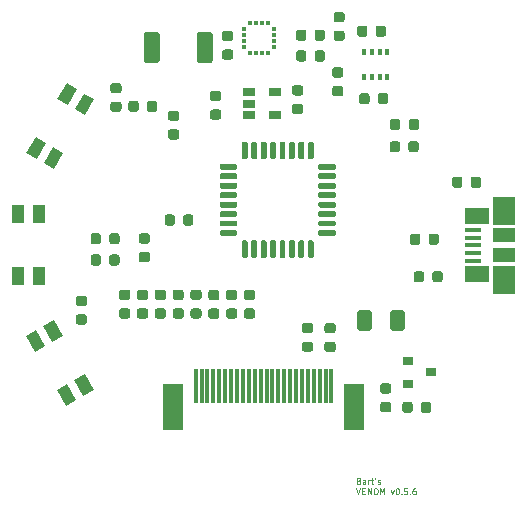
<source format=gbr>
G04 #@! TF.GenerationSoftware,KiCad,Pcbnew,5.1.8-1.fc33*
G04 #@! TF.CreationDate,2020-11-26T22:59:40+01:00*
G04 #@! TF.ProjectId,venom,76656e6f-6d2e-46b6-9963-61645f706362,rev?*
G04 #@! TF.SameCoordinates,Original*
G04 #@! TF.FileFunction,Paste,Top*
G04 #@! TF.FilePolarity,Positive*
%FSLAX46Y46*%
G04 Gerber Fmt 4.6, Leading zero omitted, Abs format (unit mm)*
G04 Created by KiCad (PCBNEW 5.1.8-1.fc33) date 2020-11-26 22:59:40*
%MOMM*%
%LPD*%
G01*
G04 APERTURE LIST*
%ADD10C,0.125000*%
%ADD11R,0.350000X0.500000*%
%ADD12R,1.800000X4.000000*%
%ADD13R,0.300000X3.000000*%
%ADD14C,0.100000*%
%ADD15R,0.900000X0.800000*%
%ADD16R,1.000000X1.550000*%
%ADD17R,1.060000X0.650000*%
%ADD18R,1.380000X0.450000*%
%ADD19R,2.100000X1.475000*%
%ADD20R,1.900000X2.375000*%
%ADD21R,1.900000X1.175000*%
%ADD22R,0.450000X0.300000*%
%ADD23R,0.300000X0.450000*%
G04 APERTURE END LIST*
D10*
X167580476Y-138716785D02*
X167651904Y-138740595D01*
X167675714Y-138764404D01*
X167699523Y-138812023D01*
X167699523Y-138883452D01*
X167675714Y-138931071D01*
X167651904Y-138954880D01*
X167604285Y-138978690D01*
X167413809Y-138978690D01*
X167413809Y-138478690D01*
X167580476Y-138478690D01*
X167628095Y-138502500D01*
X167651904Y-138526309D01*
X167675714Y-138573928D01*
X167675714Y-138621547D01*
X167651904Y-138669166D01*
X167628095Y-138692976D01*
X167580476Y-138716785D01*
X167413809Y-138716785D01*
X168128095Y-138978690D02*
X168128095Y-138716785D01*
X168104285Y-138669166D01*
X168056666Y-138645357D01*
X167961428Y-138645357D01*
X167913809Y-138669166D01*
X168128095Y-138954880D02*
X168080476Y-138978690D01*
X167961428Y-138978690D01*
X167913809Y-138954880D01*
X167890000Y-138907261D01*
X167890000Y-138859642D01*
X167913809Y-138812023D01*
X167961428Y-138788214D01*
X168080476Y-138788214D01*
X168128095Y-138764404D01*
X168366190Y-138978690D02*
X168366190Y-138645357D01*
X168366190Y-138740595D02*
X168390000Y-138692976D01*
X168413809Y-138669166D01*
X168461428Y-138645357D01*
X168509047Y-138645357D01*
X168604285Y-138645357D02*
X168794761Y-138645357D01*
X168675714Y-138478690D02*
X168675714Y-138907261D01*
X168699523Y-138954880D01*
X168747142Y-138978690D01*
X168794761Y-138978690D01*
X168985238Y-138478690D02*
X168937619Y-138573928D01*
X169175714Y-138954880D02*
X169223333Y-138978690D01*
X169318571Y-138978690D01*
X169366190Y-138954880D01*
X169390000Y-138907261D01*
X169390000Y-138883452D01*
X169366190Y-138835833D01*
X169318571Y-138812023D01*
X169247142Y-138812023D01*
X169199523Y-138788214D01*
X169175714Y-138740595D01*
X169175714Y-138716785D01*
X169199523Y-138669166D01*
X169247142Y-138645357D01*
X169318571Y-138645357D01*
X169366190Y-138669166D01*
X167378095Y-139353690D02*
X167544761Y-139853690D01*
X167711428Y-139353690D01*
X167878095Y-139591785D02*
X168044761Y-139591785D01*
X168116190Y-139853690D02*
X167878095Y-139853690D01*
X167878095Y-139353690D01*
X168116190Y-139353690D01*
X168330476Y-139853690D02*
X168330476Y-139353690D01*
X168616190Y-139853690D01*
X168616190Y-139353690D01*
X168949523Y-139353690D02*
X169044761Y-139353690D01*
X169092380Y-139377500D01*
X169140000Y-139425119D01*
X169163809Y-139520357D01*
X169163809Y-139687023D01*
X169140000Y-139782261D01*
X169092380Y-139829880D01*
X169044761Y-139853690D01*
X168949523Y-139853690D01*
X168901904Y-139829880D01*
X168854285Y-139782261D01*
X168830476Y-139687023D01*
X168830476Y-139520357D01*
X168854285Y-139425119D01*
X168901904Y-139377500D01*
X168949523Y-139353690D01*
X169378095Y-139853690D02*
X169378095Y-139353690D01*
X169544761Y-139710833D01*
X169711428Y-139353690D01*
X169711428Y-139853690D01*
X170282857Y-139520357D02*
X170401904Y-139853690D01*
X170520952Y-139520357D01*
X170806666Y-139353690D02*
X170854285Y-139353690D01*
X170901904Y-139377500D01*
X170925714Y-139401309D01*
X170949523Y-139448928D01*
X170973333Y-139544166D01*
X170973333Y-139663214D01*
X170949523Y-139758452D01*
X170925714Y-139806071D01*
X170901904Y-139829880D01*
X170854285Y-139853690D01*
X170806666Y-139853690D01*
X170759047Y-139829880D01*
X170735238Y-139806071D01*
X170711428Y-139758452D01*
X170687619Y-139663214D01*
X170687619Y-139544166D01*
X170711428Y-139448928D01*
X170735238Y-139401309D01*
X170759047Y-139377500D01*
X170806666Y-139353690D01*
X171187619Y-139806071D02*
X171211428Y-139829880D01*
X171187619Y-139853690D01*
X171163809Y-139829880D01*
X171187619Y-139806071D01*
X171187619Y-139853690D01*
X171663809Y-139353690D02*
X171425714Y-139353690D01*
X171401904Y-139591785D01*
X171425714Y-139567976D01*
X171473333Y-139544166D01*
X171592380Y-139544166D01*
X171640000Y-139567976D01*
X171663809Y-139591785D01*
X171687619Y-139639404D01*
X171687619Y-139758452D01*
X171663809Y-139806071D01*
X171640000Y-139829880D01*
X171592380Y-139853690D01*
X171473333Y-139853690D01*
X171425714Y-139829880D01*
X171401904Y-139806071D01*
X171901904Y-139806071D02*
X171925714Y-139829880D01*
X171901904Y-139853690D01*
X171878095Y-139829880D01*
X171901904Y-139806071D01*
X171901904Y-139853690D01*
X172354285Y-139353690D02*
X172259047Y-139353690D01*
X172211428Y-139377500D01*
X172187619Y-139401309D01*
X172140000Y-139472738D01*
X172116190Y-139567976D01*
X172116190Y-139758452D01*
X172140000Y-139806071D01*
X172163809Y-139829880D01*
X172211428Y-139853690D01*
X172306666Y-139853690D01*
X172354285Y-139829880D01*
X172378095Y-139806071D01*
X172401904Y-139758452D01*
X172401904Y-139639404D01*
X172378095Y-139591785D01*
X172354285Y-139567976D01*
X172306666Y-139544166D01*
X172211428Y-139544166D01*
X172163809Y-139567976D01*
X172140000Y-139591785D01*
X172116190Y-139639404D01*
D11*
X168045000Y-104505000D03*
X168695000Y-104505000D03*
X169345000Y-104505000D03*
X169995000Y-104505000D03*
X169995000Y-102455000D03*
X169345000Y-102455000D03*
X168695000Y-102455000D03*
X168045000Y-102455000D03*
D12*
X167160000Y-132510000D03*
X151860000Y-132510000D03*
D13*
X153760000Y-130710000D03*
X154260000Y-130710000D03*
X154760000Y-130710000D03*
X155260000Y-130710000D03*
X155760000Y-130710000D03*
X156260000Y-130710000D03*
X156760000Y-130710000D03*
X157260000Y-130710000D03*
X157760000Y-130710000D03*
X158260000Y-130710000D03*
X158760000Y-130710000D03*
X159260000Y-130710000D03*
X159760000Y-130710000D03*
X160260000Y-130710000D03*
X160760000Y-130710000D03*
X161260000Y-130710000D03*
X161760000Y-130710000D03*
X162260000Y-130710000D03*
X162760000Y-130710000D03*
X163260000Y-130710000D03*
X163760000Y-130710000D03*
X164260000Y-130710000D03*
X164760000Y-130710000D03*
X165260000Y-130710000D03*
D14*
G36*
X140863109Y-125640513D02*
G01*
X141729135Y-125140513D01*
X142504135Y-126482853D01*
X141638109Y-126982853D01*
X140863109Y-125640513D01*
G37*
G36*
X143488109Y-130187147D02*
G01*
X144354135Y-129687147D01*
X145129135Y-131029487D01*
X144263109Y-131529487D01*
X143488109Y-130187147D01*
G37*
G36*
X142015865Y-131037147D02*
G01*
X142881891Y-130537147D01*
X143656891Y-131879487D01*
X142790865Y-132379487D01*
X142015865Y-131037147D01*
G37*
G36*
X139390865Y-126490513D02*
G01*
X140256891Y-125990513D01*
X141031891Y-127332853D01*
X140165865Y-127832853D01*
X139390865Y-126490513D01*
G37*
G36*
G01*
X155215000Y-100964999D02*
X155215000Y-103115001D01*
G75*
G02*
X154965001Y-103365000I-249999J0D01*
G01*
X154114999Y-103365000D01*
G75*
G02*
X153865000Y-103115001I0J249999D01*
G01*
X153865000Y-100964999D01*
G75*
G02*
X154114999Y-100715000I249999J0D01*
G01*
X154965001Y-100715000D01*
G75*
G02*
X155215000Y-100964999I0J-249999D01*
G01*
G37*
G36*
G01*
X150715000Y-100964999D02*
X150715000Y-103115001D01*
G75*
G02*
X150465001Y-103365000I-249999J0D01*
G01*
X149614999Y-103365000D01*
G75*
G02*
X149365000Y-103115001I0J249999D01*
G01*
X149365000Y-100964999D01*
G75*
G02*
X149614999Y-100715000I249999J0D01*
G01*
X150465001Y-100715000D01*
G75*
G02*
X150715000Y-100964999I0J-249999D01*
G01*
G37*
G36*
G01*
X168306000Y-100403750D02*
X168306000Y-100916250D01*
G75*
G02*
X168087250Y-101135000I-218750J0D01*
G01*
X167649750Y-101135000D01*
G75*
G02*
X167431000Y-100916250I0J218750D01*
G01*
X167431000Y-100403750D01*
G75*
G02*
X167649750Y-100185000I218750J0D01*
G01*
X168087250Y-100185000D01*
G75*
G02*
X168306000Y-100403750I0J-218750D01*
G01*
G37*
G36*
G01*
X169881000Y-100403750D02*
X169881000Y-100916250D01*
G75*
G02*
X169662250Y-101135000I-218750J0D01*
G01*
X169224750Y-101135000D01*
G75*
G02*
X169006000Y-100916250I0J218750D01*
G01*
X169006000Y-100403750D01*
G75*
G02*
X169224750Y-100185000I218750J0D01*
G01*
X169662250Y-100185000D01*
G75*
G02*
X169881000Y-100403750I0J-218750D01*
G01*
G37*
G36*
G01*
X166166250Y-101485000D02*
X165653750Y-101485000D01*
G75*
G02*
X165435000Y-101266250I0J218750D01*
G01*
X165435000Y-100828750D01*
G75*
G02*
X165653750Y-100610000I218750J0D01*
G01*
X166166250Y-100610000D01*
G75*
G02*
X166385000Y-100828750I0J-218750D01*
G01*
X166385000Y-101266250D01*
G75*
G02*
X166166250Y-101485000I-218750J0D01*
G01*
G37*
G36*
G01*
X166166250Y-99910000D02*
X165653750Y-99910000D01*
G75*
G02*
X165435000Y-99691250I0J218750D01*
G01*
X165435000Y-99253750D01*
G75*
G02*
X165653750Y-99035000I218750J0D01*
G01*
X166166250Y-99035000D01*
G75*
G02*
X166385000Y-99253750I0J-218750D01*
G01*
X166385000Y-99691250D01*
G75*
G02*
X166166250Y-99910000I-218750J0D01*
G01*
G37*
G36*
G01*
X170195000Y-110696250D02*
X170195000Y-110183750D01*
G75*
G02*
X170413750Y-109965000I218750J0D01*
G01*
X170851250Y-109965000D01*
G75*
G02*
X171070000Y-110183750I0J-218750D01*
G01*
X171070000Y-110696250D01*
G75*
G02*
X170851250Y-110915000I-218750J0D01*
G01*
X170413750Y-110915000D01*
G75*
G02*
X170195000Y-110696250I0J218750D01*
G01*
G37*
G36*
G01*
X171770000Y-110696250D02*
X171770000Y-110183750D01*
G75*
G02*
X171988750Y-109965000I218750J0D01*
G01*
X172426250Y-109965000D01*
G75*
G02*
X172645000Y-110183750I0J-218750D01*
G01*
X172645000Y-110696250D01*
G75*
G02*
X172426250Y-110915000I-218750J0D01*
G01*
X171988750Y-110915000D01*
G75*
G02*
X171770000Y-110696250I0J218750D01*
G01*
G37*
G36*
G01*
X171790000Y-108806250D02*
X171790000Y-108293750D01*
G75*
G02*
X172008750Y-108075000I218750J0D01*
G01*
X172446250Y-108075000D01*
G75*
G02*
X172665000Y-108293750I0J-218750D01*
G01*
X172665000Y-108806250D01*
G75*
G02*
X172446250Y-109025000I-218750J0D01*
G01*
X172008750Y-109025000D01*
G75*
G02*
X171790000Y-108806250I0J218750D01*
G01*
G37*
G36*
G01*
X170215000Y-108806250D02*
X170215000Y-108293750D01*
G75*
G02*
X170433750Y-108075000I218750J0D01*
G01*
X170871250Y-108075000D01*
G75*
G02*
X171090000Y-108293750I0J-218750D01*
G01*
X171090000Y-108806250D01*
G75*
G02*
X170871250Y-109025000I-218750J0D01*
G01*
X170433750Y-109025000D01*
G75*
G02*
X170215000Y-108806250I0J218750D01*
G01*
G37*
G36*
G01*
X173480000Y-118536250D02*
X173480000Y-118023750D01*
G75*
G02*
X173698750Y-117805000I218750J0D01*
G01*
X174136250Y-117805000D01*
G75*
G02*
X174355000Y-118023750I0J-218750D01*
G01*
X174355000Y-118536250D01*
G75*
G02*
X174136250Y-118755000I-218750J0D01*
G01*
X173698750Y-118755000D01*
G75*
G02*
X173480000Y-118536250I0J218750D01*
G01*
G37*
G36*
G01*
X171905000Y-118536250D02*
X171905000Y-118023750D01*
G75*
G02*
X172123750Y-117805000I218750J0D01*
G01*
X172561250Y-117805000D01*
G75*
G02*
X172780000Y-118023750I0J-218750D01*
G01*
X172780000Y-118536250D01*
G75*
G02*
X172561250Y-118755000I-218750J0D01*
G01*
X172123750Y-118755000D01*
G75*
G02*
X171905000Y-118536250I0J218750D01*
G01*
G37*
G36*
G01*
X165396250Y-127825000D02*
X164883750Y-127825000D01*
G75*
G02*
X164665000Y-127606250I0J218750D01*
G01*
X164665000Y-127168750D01*
G75*
G02*
X164883750Y-126950000I218750J0D01*
G01*
X165396250Y-126950000D01*
G75*
G02*
X165615000Y-127168750I0J-218750D01*
G01*
X165615000Y-127606250D01*
G75*
G02*
X165396250Y-127825000I-218750J0D01*
G01*
G37*
G36*
G01*
X165396250Y-126250000D02*
X164883750Y-126250000D01*
G75*
G02*
X164665000Y-126031250I0J218750D01*
G01*
X164665000Y-125593750D01*
G75*
G02*
X164883750Y-125375000I218750J0D01*
G01*
X165396250Y-125375000D01*
G75*
G02*
X165615000Y-125593750I0J-218750D01*
G01*
X165615000Y-126031250D01*
G75*
G02*
X165396250Y-126250000I-218750J0D01*
G01*
G37*
G36*
G01*
X163486250Y-127805000D02*
X162973750Y-127805000D01*
G75*
G02*
X162755000Y-127586250I0J218750D01*
G01*
X162755000Y-127148750D01*
G75*
G02*
X162973750Y-126930000I218750J0D01*
G01*
X163486250Y-126930000D01*
G75*
G02*
X163705000Y-127148750I0J-218750D01*
G01*
X163705000Y-127586250D01*
G75*
G02*
X163486250Y-127805000I-218750J0D01*
G01*
G37*
G36*
G01*
X163486250Y-126230000D02*
X162973750Y-126230000D01*
G75*
G02*
X162755000Y-126011250I0J218750D01*
G01*
X162755000Y-125573750D01*
G75*
G02*
X162973750Y-125355000I218750J0D01*
G01*
X163486250Y-125355000D01*
G75*
G02*
X163705000Y-125573750I0J-218750D01*
G01*
X163705000Y-126011250D01*
G75*
G02*
X163486250Y-126230000I-218750J0D01*
G01*
G37*
G36*
G01*
X158576250Y-123430000D02*
X158063750Y-123430000D01*
G75*
G02*
X157845000Y-123211250I0J218750D01*
G01*
X157845000Y-122773750D01*
G75*
G02*
X158063750Y-122555000I218750J0D01*
G01*
X158576250Y-122555000D01*
G75*
G02*
X158795000Y-122773750I0J-218750D01*
G01*
X158795000Y-123211250D01*
G75*
G02*
X158576250Y-123430000I-218750J0D01*
G01*
G37*
G36*
G01*
X158576250Y-125005000D02*
X158063750Y-125005000D01*
G75*
G02*
X157845000Y-124786250I0J218750D01*
G01*
X157845000Y-124348750D01*
G75*
G02*
X158063750Y-124130000I218750J0D01*
G01*
X158576250Y-124130000D01*
G75*
G02*
X158795000Y-124348750I0J-218750D01*
G01*
X158795000Y-124786250D01*
G75*
G02*
X158576250Y-125005000I-218750J0D01*
G01*
G37*
G36*
G01*
X157066250Y-123430000D02*
X156553750Y-123430000D01*
G75*
G02*
X156335000Y-123211250I0J218750D01*
G01*
X156335000Y-122773750D01*
G75*
G02*
X156553750Y-122555000I218750J0D01*
G01*
X157066250Y-122555000D01*
G75*
G02*
X157285000Y-122773750I0J-218750D01*
G01*
X157285000Y-123211250D01*
G75*
G02*
X157066250Y-123430000I-218750J0D01*
G01*
G37*
G36*
G01*
X157066250Y-125005000D02*
X156553750Y-125005000D01*
G75*
G02*
X156335000Y-124786250I0J218750D01*
G01*
X156335000Y-124348750D01*
G75*
G02*
X156553750Y-124130000I218750J0D01*
G01*
X157066250Y-124130000D01*
G75*
G02*
X157285000Y-124348750I0J-218750D01*
G01*
X157285000Y-124786250D01*
G75*
G02*
X157066250Y-125005000I-218750J0D01*
G01*
G37*
G36*
G01*
X155556250Y-125005000D02*
X155043750Y-125005000D01*
G75*
G02*
X154825000Y-124786250I0J218750D01*
G01*
X154825000Y-124348750D01*
G75*
G02*
X155043750Y-124130000I218750J0D01*
G01*
X155556250Y-124130000D01*
G75*
G02*
X155775000Y-124348750I0J-218750D01*
G01*
X155775000Y-124786250D01*
G75*
G02*
X155556250Y-125005000I-218750J0D01*
G01*
G37*
G36*
G01*
X155556250Y-123430000D02*
X155043750Y-123430000D01*
G75*
G02*
X154825000Y-123211250I0J218750D01*
G01*
X154825000Y-122773750D01*
G75*
G02*
X155043750Y-122555000I218750J0D01*
G01*
X155556250Y-122555000D01*
G75*
G02*
X155775000Y-122773750I0J-218750D01*
G01*
X155775000Y-123211250D01*
G75*
G02*
X155556250Y-123430000I-218750J0D01*
G01*
G37*
G36*
G01*
X154046250Y-124995000D02*
X153533750Y-124995000D01*
G75*
G02*
X153315000Y-124776250I0J218750D01*
G01*
X153315000Y-124338750D01*
G75*
G02*
X153533750Y-124120000I218750J0D01*
G01*
X154046250Y-124120000D01*
G75*
G02*
X154265000Y-124338750I0J-218750D01*
G01*
X154265000Y-124776250D01*
G75*
G02*
X154046250Y-124995000I-218750J0D01*
G01*
G37*
G36*
G01*
X154046250Y-123420000D02*
X153533750Y-123420000D01*
G75*
G02*
X153315000Y-123201250I0J218750D01*
G01*
X153315000Y-122763750D01*
G75*
G02*
X153533750Y-122545000I218750J0D01*
G01*
X154046250Y-122545000D01*
G75*
G02*
X154265000Y-122763750I0J-218750D01*
G01*
X154265000Y-123201250D01*
G75*
G02*
X154046250Y-123420000I-218750J0D01*
G01*
G37*
G36*
G01*
X152536250Y-123420000D02*
X152023750Y-123420000D01*
G75*
G02*
X151805000Y-123201250I0J218750D01*
G01*
X151805000Y-122763750D01*
G75*
G02*
X152023750Y-122545000I218750J0D01*
G01*
X152536250Y-122545000D01*
G75*
G02*
X152755000Y-122763750I0J-218750D01*
G01*
X152755000Y-123201250D01*
G75*
G02*
X152536250Y-123420000I-218750J0D01*
G01*
G37*
G36*
G01*
X152536250Y-124995000D02*
X152023750Y-124995000D01*
G75*
G02*
X151805000Y-124776250I0J218750D01*
G01*
X151805000Y-124338750D01*
G75*
G02*
X152023750Y-124120000I218750J0D01*
G01*
X152536250Y-124120000D01*
G75*
G02*
X152755000Y-124338750I0J-218750D01*
G01*
X152755000Y-124776250D01*
G75*
G02*
X152536250Y-124995000I-218750J0D01*
G01*
G37*
G36*
G01*
X151026250Y-124995000D02*
X150513750Y-124995000D01*
G75*
G02*
X150295000Y-124776250I0J218750D01*
G01*
X150295000Y-124338750D01*
G75*
G02*
X150513750Y-124120000I218750J0D01*
G01*
X151026250Y-124120000D01*
G75*
G02*
X151245000Y-124338750I0J-218750D01*
G01*
X151245000Y-124776250D01*
G75*
G02*
X151026250Y-124995000I-218750J0D01*
G01*
G37*
G36*
G01*
X151026250Y-123420000D02*
X150513750Y-123420000D01*
G75*
G02*
X150295000Y-123201250I0J218750D01*
G01*
X150295000Y-122763750D01*
G75*
G02*
X150513750Y-122545000I218750J0D01*
G01*
X151026250Y-122545000D01*
G75*
G02*
X151245000Y-122763750I0J-218750D01*
G01*
X151245000Y-123201250D01*
G75*
G02*
X151026250Y-123420000I-218750J0D01*
G01*
G37*
G36*
G01*
X149516250Y-123420000D02*
X149003750Y-123420000D01*
G75*
G02*
X148785000Y-123201250I0J218750D01*
G01*
X148785000Y-122763750D01*
G75*
G02*
X149003750Y-122545000I218750J0D01*
G01*
X149516250Y-122545000D01*
G75*
G02*
X149735000Y-122763750I0J-218750D01*
G01*
X149735000Y-123201250D01*
G75*
G02*
X149516250Y-123420000I-218750J0D01*
G01*
G37*
G36*
G01*
X149516250Y-124995000D02*
X149003750Y-124995000D01*
G75*
G02*
X148785000Y-124776250I0J218750D01*
G01*
X148785000Y-124338750D01*
G75*
G02*
X149003750Y-124120000I218750J0D01*
G01*
X149516250Y-124120000D01*
G75*
G02*
X149735000Y-124338750I0J-218750D01*
G01*
X149735000Y-124776250D01*
G75*
G02*
X149516250Y-124995000I-218750J0D01*
G01*
G37*
G36*
G01*
X148006250Y-123420000D02*
X147493750Y-123420000D01*
G75*
G02*
X147275000Y-123201250I0J218750D01*
G01*
X147275000Y-122763750D01*
G75*
G02*
X147493750Y-122545000I218750J0D01*
G01*
X148006250Y-122545000D01*
G75*
G02*
X148225000Y-122763750I0J-218750D01*
G01*
X148225000Y-123201250D01*
G75*
G02*
X148006250Y-123420000I-218750J0D01*
G01*
G37*
G36*
G01*
X148006250Y-124995000D02*
X147493750Y-124995000D01*
G75*
G02*
X147275000Y-124776250I0J218750D01*
G01*
X147275000Y-124338750D01*
G75*
G02*
X147493750Y-124120000I218750J0D01*
G01*
X148006250Y-124120000D01*
G75*
G02*
X148225000Y-124338750I0J-218750D01*
G01*
X148225000Y-124776250D01*
G75*
G02*
X148006250Y-124995000I-218750J0D01*
G01*
G37*
G36*
G01*
X155191750Y-107284000D02*
X155704250Y-107284000D01*
G75*
G02*
X155923000Y-107502750I0J-218750D01*
G01*
X155923000Y-107940250D01*
G75*
G02*
X155704250Y-108159000I-218750J0D01*
G01*
X155191750Y-108159000D01*
G75*
G02*
X154973000Y-107940250I0J218750D01*
G01*
X154973000Y-107502750D01*
G75*
G02*
X155191750Y-107284000I218750J0D01*
G01*
G37*
G36*
G01*
X155191750Y-105709000D02*
X155704250Y-105709000D01*
G75*
G02*
X155923000Y-105927750I0J-218750D01*
G01*
X155923000Y-106365250D01*
G75*
G02*
X155704250Y-106584000I-218750J0D01*
G01*
X155191750Y-106584000D01*
G75*
G02*
X154973000Y-106365250I0J218750D01*
G01*
X154973000Y-105927750D01*
G75*
G02*
X155191750Y-105709000I218750J0D01*
G01*
G37*
G36*
G01*
X162646250Y-107675000D02*
X162133750Y-107675000D01*
G75*
G02*
X161915000Y-107456250I0J218750D01*
G01*
X161915000Y-107018750D01*
G75*
G02*
X162133750Y-106800000I218750J0D01*
G01*
X162646250Y-106800000D01*
G75*
G02*
X162865000Y-107018750I0J-218750D01*
G01*
X162865000Y-107456250D01*
G75*
G02*
X162646250Y-107675000I-218750J0D01*
G01*
G37*
G36*
G01*
X162646250Y-106100000D02*
X162133750Y-106100000D01*
G75*
G02*
X161915000Y-105881250I0J218750D01*
G01*
X161915000Y-105443750D01*
G75*
G02*
X162133750Y-105225000I218750J0D01*
G01*
X162646250Y-105225000D01*
G75*
G02*
X162865000Y-105443750I0J-218750D01*
G01*
X162865000Y-105881250D01*
G75*
G02*
X162646250Y-106100000I-218750J0D01*
G01*
G37*
D15*
X171700000Y-128590000D03*
X171700000Y-130490000D03*
X173700000Y-129540000D03*
G36*
G01*
X151635750Y-107377500D02*
X152148250Y-107377500D01*
G75*
G02*
X152367000Y-107596250I0J-218750D01*
G01*
X152367000Y-108033750D01*
G75*
G02*
X152148250Y-108252500I-218750J0D01*
G01*
X151635750Y-108252500D01*
G75*
G02*
X151417000Y-108033750I0J218750D01*
G01*
X151417000Y-107596250D01*
G75*
G02*
X151635750Y-107377500I218750J0D01*
G01*
G37*
G36*
G01*
X151635750Y-108952500D02*
X152148250Y-108952500D01*
G75*
G02*
X152367000Y-109171250I0J-218750D01*
G01*
X152367000Y-109608750D01*
G75*
G02*
X152148250Y-109827500I-218750J0D01*
G01*
X151635750Y-109827500D01*
G75*
G02*
X151417000Y-109608750I0J218750D01*
G01*
X151417000Y-109171250D01*
G75*
G02*
X151635750Y-108952500I218750J0D01*
G01*
G37*
G36*
G01*
X168480000Y-106113750D02*
X168480000Y-106626250D01*
G75*
G02*
X168261250Y-106845000I-218750J0D01*
G01*
X167823750Y-106845000D01*
G75*
G02*
X167605000Y-106626250I0J218750D01*
G01*
X167605000Y-106113750D01*
G75*
G02*
X167823750Y-105895000I218750J0D01*
G01*
X168261250Y-105895000D01*
G75*
G02*
X168480000Y-106113750I0J-218750D01*
G01*
G37*
G36*
G01*
X170055000Y-106113750D02*
X170055000Y-106626250D01*
G75*
G02*
X169836250Y-106845000I-218750J0D01*
G01*
X169398750Y-106845000D01*
G75*
G02*
X169180000Y-106626250I0J218750D01*
G01*
X169180000Y-106113750D01*
G75*
G02*
X169398750Y-105895000I218750J0D01*
G01*
X169836250Y-105895000D01*
G75*
G02*
X170055000Y-106113750I0J-218750D01*
G01*
G37*
G36*
G01*
X166046250Y-106165000D02*
X165533750Y-106165000D01*
G75*
G02*
X165315000Y-105946250I0J218750D01*
G01*
X165315000Y-105508750D01*
G75*
G02*
X165533750Y-105290000I218750J0D01*
G01*
X166046250Y-105290000D01*
G75*
G02*
X166265000Y-105508750I0J-218750D01*
G01*
X166265000Y-105946250D01*
G75*
G02*
X166046250Y-106165000I-218750J0D01*
G01*
G37*
G36*
G01*
X166046250Y-104590000D02*
X165533750Y-104590000D01*
G75*
G02*
X165315000Y-104371250I0J218750D01*
G01*
X165315000Y-103933750D01*
G75*
G02*
X165533750Y-103715000I218750J0D01*
G01*
X166046250Y-103715000D01*
G75*
G02*
X166265000Y-103933750I0J-218750D01*
G01*
X166265000Y-104371250D01*
G75*
G02*
X166046250Y-104590000I-218750J0D01*
G01*
G37*
G36*
G01*
X169593750Y-130475000D02*
X170106250Y-130475000D01*
G75*
G02*
X170325000Y-130693750I0J-218750D01*
G01*
X170325000Y-131131250D01*
G75*
G02*
X170106250Y-131350000I-218750J0D01*
G01*
X169593750Y-131350000D01*
G75*
G02*
X169375000Y-131131250I0J218750D01*
G01*
X169375000Y-130693750D01*
G75*
G02*
X169593750Y-130475000I218750J0D01*
G01*
G37*
G36*
G01*
X169593750Y-132050000D02*
X170106250Y-132050000D01*
G75*
G02*
X170325000Y-132268750I0J-218750D01*
G01*
X170325000Y-132706250D01*
G75*
G02*
X170106250Y-132925000I-218750J0D01*
G01*
X169593750Y-132925000D01*
G75*
G02*
X169375000Y-132706250I0J218750D01*
G01*
X169375000Y-132268750D01*
G75*
G02*
X169593750Y-132050000I218750J0D01*
G01*
G37*
G36*
G01*
X172830000Y-132756250D02*
X172830000Y-132243750D01*
G75*
G02*
X173048750Y-132025000I218750J0D01*
G01*
X173486250Y-132025000D01*
G75*
G02*
X173705000Y-132243750I0J-218750D01*
G01*
X173705000Y-132756250D01*
G75*
G02*
X173486250Y-132975000I-218750J0D01*
G01*
X173048750Y-132975000D01*
G75*
G02*
X172830000Y-132756250I0J218750D01*
G01*
G37*
G36*
G01*
X171255000Y-132756250D02*
X171255000Y-132243750D01*
G75*
G02*
X171473750Y-132025000I218750J0D01*
G01*
X171911250Y-132025000D01*
G75*
G02*
X172130000Y-132243750I0J-218750D01*
G01*
X172130000Y-132756250D01*
G75*
G02*
X171911250Y-132975000I-218750J0D01*
G01*
X171473750Y-132975000D01*
G75*
G02*
X171255000Y-132756250I0J218750D01*
G01*
G37*
D14*
G36*
X144303109Y-105930513D02*
G01*
X145169135Y-106430513D01*
X144394135Y-107772853D01*
X143528109Y-107272853D01*
X144303109Y-105930513D01*
G37*
G36*
X141678109Y-110477147D02*
G01*
X142544135Y-110977147D01*
X141769135Y-112319487D01*
X140903109Y-111819487D01*
X141678109Y-110477147D01*
G37*
G36*
X140205865Y-109627147D02*
G01*
X141071891Y-110127147D01*
X140296891Y-111469487D01*
X139430865Y-110969487D01*
X140205865Y-109627147D01*
G37*
G36*
X142830865Y-105080513D02*
G01*
X143696891Y-105580513D01*
X142921891Y-106922853D01*
X142055865Y-106422853D01*
X142830865Y-105080513D01*
G37*
D16*
X138760000Y-116155000D03*
X138760000Y-121405000D03*
X140460000Y-121405000D03*
X140460000Y-116155000D03*
D17*
X158310000Y-105830000D03*
X158310000Y-106780000D03*
X158310000Y-107730000D03*
X160510000Y-107730000D03*
X160510000Y-105830000D03*
D18*
X177210000Y-120080000D03*
X177210000Y-119430000D03*
X177210000Y-118780000D03*
X177210000Y-118130000D03*
X177210000Y-117480000D03*
D19*
X177570000Y-121242500D03*
X177570000Y-116317500D03*
D20*
X179870000Y-121690000D03*
X179870000Y-115870000D03*
D21*
X179870000Y-119620000D03*
X179870000Y-117940000D03*
G36*
G01*
X173100000Y-121193750D02*
X173100000Y-121706250D01*
G75*
G02*
X172881250Y-121925000I-218750J0D01*
G01*
X172443750Y-121925000D01*
G75*
G02*
X172225000Y-121706250I0J218750D01*
G01*
X172225000Y-121193750D01*
G75*
G02*
X172443750Y-120975000I218750J0D01*
G01*
X172881250Y-120975000D01*
G75*
G02*
X173100000Y-121193750I0J-218750D01*
G01*
G37*
G36*
G01*
X174675000Y-121193750D02*
X174675000Y-121706250D01*
G75*
G02*
X174456250Y-121925000I-218750J0D01*
G01*
X174018750Y-121925000D01*
G75*
G02*
X173800000Y-121706250I0J218750D01*
G01*
X173800000Y-121193750D01*
G75*
G02*
X174018750Y-120975000I218750J0D01*
G01*
X174456250Y-120975000D01*
G75*
G02*
X174675000Y-121193750I0J-218750D01*
G01*
G37*
G36*
G01*
X153575000Y-116393750D02*
X153575000Y-116906250D01*
G75*
G02*
X153356250Y-117125000I-218750J0D01*
G01*
X152918750Y-117125000D01*
G75*
G02*
X152700000Y-116906250I0J218750D01*
G01*
X152700000Y-116393750D01*
G75*
G02*
X152918750Y-116175000I218750J0D01*
G01*
X153356250Y-116175000D01*
G75*
G02*
X153575000Y-116393750I0J-218750D01*
G01*
G37*
G36*
G01*
X152000000Y-116393750D02*
X152000000Y-116906250D01*
G75*
G02*
X151781250Y-117125000I-218750J0D01*
G01*
X151343750Y-117125000D01*
G75*
G02*
X151125000Y-116906250I0J218750D01*
G01*
X151125000Y-116393750D01*
G75*
G02*
X151343750Y-116175000I218750J0D01*
G01*
X151781250Y-116175000D01*
G75*
G02*
X152000000Y-116393750I0J-218750D01*
G01*
G37*
G36*
G01*
X163385000Y-110015000D02*
X163635000Y-110015000D01*
G75*
G02*
X163760000Y-110140000I0J-125000D01*
G01*
X163760000Y-111390000D01*
G75*
G02*
X163635000Y-111515000I-125000J0D01*
G01*
X163385000Y-111515000D01*
G75*
G02*
X163260000Y-111390000I0J125000D01*
G01*
X163260000Y-110140000D01*
G75*
G02*
X163385000Y-110015000I125000J0D01*
G01*
G37*
G36*
G01*
X162585000Y-110015000D02*
X162835000Y-110015000D01*
G75*
G02*
X162960000Y-110140000I0J-125000D01*
G01*
X162960000Y-111390000D01*
G75*
G02*
X162835000Y-111515000I-125000J0D01*
G01*
X162585000Y-111515000D01*
G75*
G02*
X162460000Y-111390000I0J125000D01*
G01*
X162460000Y-110140000D01*
G75*
G02*
X162585000Y-110015000I125000J0D01*
G01*
G37*
G36*
G01*
X161785000Y-110015000D02*
X162035000Y-110015000D01*
G75*
G02*
X162160000Y-110140000I0J-125000D01*
G01*
X162160000Y-111390000D01*
G75*
G02*
X162035000Y-111515000I-125000J0D01*
G01*
X161785000Y-111515000D01*
G75*
G02*
X161660000Y-111390000I0J125000D01*
G01*
X161660000Y-110140000D01*
G75*
G02*
X161785000Y-110015000I125000J0D01*
G01*
G37*
G36*
G01*
X160985000Y-110015000D02*
X161235000Y-110015000D01*
G75*
G02*
X161360000Y-110140000I0J-125000D01*
G01*
X161360000Y-111390000D01*
G75*
G02*
X161235000Y-111515000I-125000J0D01*
G01*
X160985000Y-111515000D01*
G75*
G02*
X160860000Y-111390000I0J125000D01*
G01*
X160860000Y-110140000D01*
G75*
G02*
X160985000Y-110015000I125000J0D01*
G01*
G37*
G36*
G01*
X160185000Y-110015000D02*
X160435000Y-110015000D01*
G75*
G02*
X160560000Y-110140000I0J-125000D01*
G01*
X160560000Y-111390000D01*
G75*
G02*
X160435000Y-111515000I-125000J0D01*
G01*
X160185000Y-111515000D01*
G75*
G02*
X160060000Y-111390000I0J125000D01*
G01*
X160060000Y-110140000D01*
G75*
G02*
X160185000Y-110015000I125000J0D01*
G01*
G37*
G36*
G01*
X159385000Y-110015000D02*
X159635000Y-110015000D01*
G75*
G02*
X159760000Y-110140000I0J-125000D01*
G01*
X159760000Y-111390000D01*
G75*
G02*
X159635000Y-111515000I-125000J0D01*
G01*
X159385000Y-111515000D01*
G75*
G02*
X159260000Y-111390000I0J125000D01*
G01*
X159260000Y-110140000D01*
G75*
G02*
X159385000Y-110015000I125000J0D01*
G01*
G37*
G36*
G01*
X158585000Y-110015000D02*
X158835000Y-110015000D01*
G75*
G02*
X158960000Y-110140000I0J-125000D01*
G01*
X158960000Y-111390000D01*
G75*
G02*
X158835000Y-111515000I-125000J0D01*
G01*
X158585000Y-111515000D01*
G75*
G02*
X158460000Y-111390000I0J125000D01*
G01*
X158460000Y-110140000D01*
G75*
G02*
X158585000Y-110015000I125000J0D01*
G01*
G37*
G36*
G01*
X157785000Y-110015000D02*
X158035000Y-110015000D01*
G75*
G02*
X158160000Y-110140000I0J-125000D01*
G01*
X158160000Y-111390000D01*
G75*
G02*
X158035000Y-111515000I-125000J0D01*
G01*
X157785000Y-111515000D01*
G75*
G02*
X157660000Y-111390000I0J125000D01*
G01*
X157660000Y-110140000D01*
G75*
G02*
X157785000Y-110015000I125000J0D01*
G01*
G37*
G36*
G01*
X155910000Y-111890000D02*
X157160000Y-111890000D01*
G75*
G02*
X157285000Y-112015000I0J-125000D01*
G01*
X157285000Y-112265000D01*
G75*
G02*
X157160000Y-112390000I-125000J0D01*
G01*
X155910000Y-112390000D01*
G75*
G02*
X155785000Y-112265000I0J125000D01*
G01*
X155785000Y-112015000D01*
G75*
G02*
X155910000Y-111890000I125000J0D01*
G01*
G37*
G36*
G01*
X155910000Y-112690000D02*
X157160000Y-112690000D01*
G75*
G02*
X157285000Y-112815000I0J-125000D01*
G01*
X157285000Y-113065000D01*
G75*
G02*
X157160000Y-113190000I-125000J0D01*
G01*
X155910000Y-113190000D01*
G75*
G02*
X155785000Y-113065000I0J125000D01*
G01*
X155785000Y-112815000D01*
G75*
G02*
X155910000Y-112690000I125000J0D01*
G01*
G37*
G36*
G01*
X155910000Y-113490000D02*
X157160000Y-113490000D01*
G75*
G02*
X157285000Y-113615000I0J-125000D01*
G01*
X157285000Y-113865000D01*
G75*
G02*
X157160000Y-113990000I-125000J0D01*
G01*
X155910000Y-113990000D01*
G75*
G02*
X155785000Y-113865000I0J125000D01*
G01*
X155785000Y-113615000D01*
G75*
G02*
X155910000Y-113490000I125000J0D01*
G01*
G37*
G36*
G01*
X155910000Y-114290000D02*
X157160000Y-114290000D01*
G75*
G02*
X157285000Y-114415000I0J-125000D01*
G01*
X157285000Y-114665000D01*
G75*
G02*
X157160000Y-114790000I-125000J0D01*
G01*
X155910000Y-114790000D01*
G75*
G02*
X155785000Y-114665000I0J125000D01*
G01*
X155785000Y-114415000D01*
G75*
G02*
X155910000Y-114290000I125000J0D01*
G01*
G37*
G36*
G01*
X155910000Y-115090000D02*
X157160000Y-115090000D01*
G75*
G02*
X157285000Y-115215000I0J-125000D01*
G01*
X157285000Y-115465000D01*
G75*
G02*
X157160000Y-115590000I-125000J0D01*
G01*
X155910000Y-115590000D01*
G75*
G02*
X155785000Y-115465000I0J125000D01*
G01*
X155785000Y-115215000D01*
G75*
G02*
X155910000Y-115090000I125000J0D01*
G01*
G37*
G36*
G01*
X155910000Y-115890000D02*
X157160000Y-115890000D01*
G75*
G02*
X157285000Y-116015000I0J-125000D01*
G01*
X157285000Y-116265000D01*
G75*
G02*
X157160000Y-116390000I-125000J0D01*
G01*
X155910000Y-116390000D01*
G75*
G02*
X155785000Y-116265000I0J125000D01*
G01*
X155785000Y-116015000D01*
G75*
G02*
X155910000Y-115890000I125000J0D01*
G01*
G37*
G36*
G01*
X155910000Y-116690000D02*
X157160000Y-116690000D01*
G75*
G02*
X157285000Y-116815000I0J-125000D01*
G01*
X157285000Y-117065000D01*
G75*
G02*
X157160000Y-117190000I-125000J0D01*
G01*
X155910000Y-117190000D01*
G75*
G02*
X155785000Y-117065000I0J125000D01*
G01*
X155785000Y-116815000D01*
G75*
G02*
X155910000Y-116690000I125000J0D01*
G01*
G37*
G36*
G01*
X155910000Y-117490000D02*
X157160000Y-117490000D01*
G75*
G02*
X157285000Y-117615000I0J-125000D01*
G01*
X157285000Y-117865000D01*
G75*
G02*
X157160000Y-117990000I-125000J0D01*
G01*
X155910000Y-117990000D01*
G75*
G02*
X155785000Y-117865000I0J125000D01*
G01*
X155785000Y-117615000D01*
G75*
G02*
X155910000Y-117490000I125000J0D01*
G01*
G37*
G36*
G01*
X157785000Y-118365000D02*
X158035000Y-118365000D01*
G75*
G02*
X158160000Y-118490000I0J-125000D01*
G01*
X158160000Y-119740000D01*
G75*
G02*
X158035000Y-119865000I-125000J0D01*
G01*
X157785000Y-119865000D01*
G75*
G02*
X157660000Y-119740000I0J125000D01*
G01*
X157660000Y-118490000D01*
G75*
G02*
X157785000Y-118365000I125000J0D01*
G01*
G37*
G36*
G01*
X158585000Y-118365000D02*
X158835000Y-118365000D01*
G75*
G02*
X158960000Y-118490000I0J-125000D01*
G01*
X158960000Y-119740000D01*
G75*
G02*
X158835000Y-119865000I-125000J0D01*
G01*
X158585000Y-119865000D01*
G75*
G02*
X158460000Y-119740000I0J125000D01*
G01*
X158460000Y-118490000D01*
G75*
G02*
X158585000Y-118365000I125000J0D01*
G01*
G37*
G36*
G01*
X159385000Y-118365000D02*
X159635000Y-118365000D01*
G75*
G02*
X159760000Y-118490000I0J-125000D01*
G01*
X159760000Y-119740000D01*
G75*
G02*
X159635000Y-119865000I-125000J0D01*
G01*
X159385000Y-119865000D01*
G75*
G02*
X159260000Y-119740000I0J125000D01*
G01*
X159260000Y-118490000D01*
G75*
G02*
X159385000Y-118365000I125000J0D01*
G01*
G37*
G36*
G01*
X160185000Y-118365000D02*
X160435000Y-118365000D01*
G75*
G02*
X160560000Y-118490000I0J-125000D01*
G01*
X160560000Y-119740000D01*
G75*
G02*
X160435000Y-119865000I-125000J0D01*
G01*
X160185000Y-119865000D01*
G75*
G02*
X160060000Y-119740000I0J125000D01*
G01*
X160060000Y-118490000D01*
G75*
G02*
X160185000Y-118365000I125000J0D01*
G01*
G37*
G36*
G01*
X160985000Y-118365000D02*
X161235000Y-118365000D01*
G75*
G02*
X161360000Y-118490000I0J-125000D01*
G01*
X161360000Y-119740000D01*
G75*
G02*
X161235000Y-119865000I-125000J0D01*
G01*
X160985000Y-119865000D01*
G75*
G02*
X160860000Y-119740000I0J125000D01*
G01*
X160860000Y-118490000D01*
G75*
G02*
X160985000Y-118365000I125000J0D01*
G01*
G37*
G36*
G01*
X161785000Y-118365000D02*
X162035000Y-118365000D01*
G75*
G02*
X162160000Y-118490000I0J-125000D01*
G01*
X162160000Y-119740000D01*
G75*
G02*
X162035000Y-119865000I-125000J0D01*
G01*
X161785000Y-119865000D01*
G75*
G02*
X161660000Y-119740000I0J125000D01*
G01*
X161660000Y-118490000D01*
G75*
G02*
X161785000Y-118365000I125000J0D01*
G01*
G37*
G36*
G01*
X162585000Y-118365000D02*
X162835000Y-118365000D01*
G75*
G02*
X162960000Y-118490000I0J-125000D01*
G01*
X162960000Y-119740000D01*
G75*
G02*
X162835000Y-119865000I-125000J0D01*
G01*
X162585000Y-119865000D01*
G75*
G02*
X162460000Y-119740000I0J125000D01*
G01*
X162460000Y-118490000D01*
G75*
G02*
X162585000Y-118365000I125000J0D01*
G01*
G37*
G36*
G01*
X163385000Y-118365000D02*
X163635000Y-118365000D01*
G75*
G02*
X163760000Y-118490000I0J-125000D01*
G01*
X163760000Y-119740000D01*
G75*
G02*
X163635000Y-119865000I-125000J0D01*
G01*
X163385000Y-119865000D01*
G75*
G02*
X163260000Y-119740000I0J125000D01*
G01*
X163260000Y-118490000D01*
G75*
G02*
X163385000Y-118365000I125000J0D01*
G01*
G37*
G36*
G01*
X164260000Y-117490000D02*
X165510000Y-117490000D01*
G75*
G02*
X165635000Y-117615000I0J-125000D01*
G01*
X165635000Y-117865000D01*
G75*
G02*
X165510000Y-117990000I-125000J0D01*
G01*
X164260000Y-117990000D01*
G75*
G02*
X164135000Y-117865000I0J125000D01*
G01*
X164135000Y-117615000D01*
G75*
G02*
X164260000Y-117490000I125000J0D01*
G01*
G37*
G36*
G01*
X164260000Y-116690000D02*
X165510000Y-116690000D01*
G75*
G02*
X165635000Y-116815000I0J-125000D01*
G01*
X165635000Y-117065000D01*
G75*
G02*
X165510000Y-117190000I-125000J0D01*
G01*
X164260000Y-117190000D01*
G75*
G02*
X164135000Y-117065000I0J125000D01*
G01*
X164135000Y-116815000D01*
G75*
G02*
X164260000Y-116690000I125000J0D01*
G01*
G37*
G36*
G01*
X164260000Y-115890000D02*
X165510000Y-115890000D01*
G75*
G02*
X165635000Y-116015000I0J-125000D01*
G01*
X165635000Y-116265000D01*
G75*
G02*
X165510000Y-116390000I-125000J0D01*
G01*
X164260000Y-116390000D01*
G75*
G02*
X164135000Y-116265000I0J125000D01*
G01*
X164135000Y-116015000D01*
G75*
G02*
X164260000Y-115890000I125000J0D01*
G01*
G37*
G36*
G01*
X164260000Y-115090000D02*
X165510000Y-115090000D01*
G75*
G02*
X165635000Y-115215000I0J-125000D01*
G01*
X165635000Y-115465000D01*
G75*
G02*
X165510000Y-115590000I-125000J0D01*
G01*
X164260000Y-115590000D01*
G75*
G02*
X164135000Y-115465000I0J125000D01*
G01*
X164135000Y-115215000D01*
G75*
G02*
X164260000Y-115090000I125000J0D01*
G01*
G37*
G36*
G01*
X164260000Y-114290000D02*
X165510000Y-114290000D01*
G75*
G02*
X165635000Y-114415000I0J-125000D01*
G01*
X165635000Y-114665000D01*
G75*
G02*
X165510000Y-114790000I-125000J0D01*
G01*
X164260000Y-114790000D01*
G75*
G02*
X164135000Y-114665000I0J125000D01*
G01*
X164135000Y-114415000D01*
G75*
G02*
X164260000Y-114290000I125000J0D01*
G01*
G37*
G36*
G01*
X164260000Y-113490000D02*
X165510000Y-113490000D01*
G75*
G02*
X165635000Y-113615000I0J-125000D01*
G01*
X165635000Y-113865000D01*
G75*
G02*
X165510000Y-113990000I-125000J0D01*
G01*
X164260000Y-113990000D01*
G75*
G02*
X164135000Y-113865000I0J125000D01*
G01*
X164135000Y-113615000D01*
G75*
G02*
X164260000Y-113490000I125000J0D01*
G01*
G37*
G36*
G01*
X164260000Y-112690000D02*
X165510000Y-112690000D01*
G75*
G02*
X165635000Y-112815000I0J-125000D01*
G01*
X165635000Y-113065000D01*
G75*
G02*
X165510000Y-113190000I-125000J0D01*
G01*
X164260000Y-113190000D01*
G75*
G02*
X164135000Y-113065000I0J125000D01*
G01*
X164135000Y-112815000D01*
G75*
G02*
X164260000Y-112690000I125000J0D01*
G01*
G37*
G36*
G01*
X164260000Y-111890000D02*
X165510000Y-111890000D01*
G75*
G02*
X165635000Y-112015000I0J-125000D01*
G01*
X165635000Y-112265000D01*
G75*
G02*
X165510000Y-112390000I-125000J0D01*
G01*
X164260000Y-112390000D01*
G75*
G02*
X164135000Y-112265000I0J125000D01*
G01*
X164135000Y-112015000D01*
G75*
G02*
X164260000Y-111890000I125000J0D01*
G01*
G37*
G36*
G01*
X177050000Y-113706250D02*
X177050000Y-113193750D01*
G75*
G02*
X177268750Y-112975000I218750J0D01*
G01*
X177706250Y-112975000D01*
G75*
G02*
X177925000Y-113193750I0J-218750D01*
G01*
X177925000Y-113706250D01*
G75*
G02*
X177706250Y-113925000I-218750J0D01*
G01*
X177268750Y-113925000D01*
G75*
G02*
X177050000Y-113706250I0J218750D01*
G01*
G37*
G36*
G01*
X175475000Y-113706250D02*
X175475000Y-113193750D01*
G75*
G02*
X175693750Y-112975000I218750J0D01*
G01*
X176131250Y-112975000D01*
G75*
G02*
X176350000Y-113193750I0J-218750D01*
G01*
X176350000Y-113706250D01*
G75*
G02*
X176131250Y-113925000I-218750J0D01*
G01*
X175693750Y-113925000D01*
G75*
G02*
X175475000Y-113706250I0J218750D01*
G01*
G37*
G36*
G01*
X147266250Y-107495000D02*
X146753750Y-107495000D01*
G75*
G02*
X146535000Y-107276250I0J218750D01*
G01*
X146535000Y-106838750D01*
G75*
G02*
X146753750Y-106620000I218750J0D01*
G01*
X147266250Y-106620000D01*
G75*
G02*
X147485000Y-106838750I0J-218750D01*
G01*
X147485000Y-107276250D01*
G75*
G02*
X147266250Y-107495000I-218750J0D01*
G01*
G37*
G36*
G01*
X147266250Y-105920000D02*
X146753750Y-105920000D01*
G75*
G02*
X146535000Y-105701250I0J218750D01*
G01*
X146535000Y-105263750D01*
G75*
G02*
X146753750Y-105045000I218750J0D01*
G01*
X147266250Y-105045000D01*
G75*
G02*
X147485000Y-105263750I0J-218750D01*
G01*
X147485000Y-105701250D01*
G75*
G02*
X147266250Y-105920000I-218750J0D01*
G01*
G37*
G36*
G01*
X145740000Y-117963750D02*
X145740000Y-118476250D01*
G75*
G02*
X145521250Y-118695000I-218750J0D01*
G01*
X145083750Y-118695000D01*
G75*
G02*
X144865000Y-118476250I0J218750D01*
G01*
X144865000Y-117963750D01*
G75*
G02*
X145083750Y-117745000I218750J0D01*
G01*
X145521250Y-117745000D01*
G75*
G02*
X145740000Y-117963750I0J-218750D01*
G01*
G37*
G36*
G01*
X147315000Y-117963750D02*
X147315000Y-118476250D01*
G75*
G02*
X147096250Y-118695000I-218750J0D01*
G01*
X146658750Y-118695000D01*
G75*
G02*
X146440000Y-118476250I0J218750D01*
G01*
X146440000Y-117963750D01*
G75*
G02*
X146658750Y-117745000I218750J0D01*
G01*
X147096250Y-117745000D01*
G75*
G02*
X147315000Y-117963750I0J-218750D01*
G01*
G37*
G36*
G01*
X143833750Y-123045000D02*
X144346250Y-123045000D01*
G75*
G02*
X144565000Y-123263750I0J-218750D01*
G01*
X144565000Y-123701250D01*
G75*
G02*
X144346250Y-123920000I-218750J0D01*
G01*
X143833750Y-123920000D01*
G75*
G02*
X143615000Y-123701250I0J218750D01*
G01*
X143615000Y-123263750D01*
G75*
G02*
X143833750Y-123045000I218750J0D01*
G01*
G37*
G36*
G01*
X143833750Y-124620000D02*
X144346250Y-124620000D01*
G75*
G02*
X144565000Y-124838750I0J-218750D01*
G01*
X144565000Y-125276250D01*
G75*
G02*
X144346250Y-125495000I-218750J0D01*
G01*
X143833750Y-125495000D01*
G75*
G02*
X143615000Y-125276250I0J218750D01*
G01*
X143615000Y-124838750D01*
G75*
G02*
X143833750Y-124620000I218750J0D01*
G01*
G37*
G36*
G01*
X150505000Y-106763750D02*
X150505000Y-107276250D01*
G75*
G02*
X150286250Y-107495000I-218750J0D01*
G01*
X149848750Y-107495000D01*
G75*
G02*
X149630000Y-107276250I0J218750D01*
G01*
X149630000Y-106763750D01*
G75*
G02*
X149848750Y-106545000I218750J0D01*
G01*
X150286250Y-106545000D01*
G75*
G02*
X150505000Y-106763750I0J-218750D01*
G01*
G37*
G36*
G01*
X148930000Y-106763750D02*
X148930000Y-107276250D01*
G75*
G02*
X148711250Y-107495000I-218750J0D01*
G01*
X148273750Y-107495000D01*
G75*
G02*
X148055000Y-107276250I0J218750D01*
G01*
X148055000Y-106763750D01*
G75*
G02*
X148273750Y-106545000I218750J0D01*
G01*
X148711250Y-106545000D01*
G75*
G02*
X148930000Y-106763750I0J-218750D01*
G01*
G37*
G36*
G01*
X149676250Y-118650000D02*
X149163750Y-118650000D01*
G75*
G02*
X148945000Y-118431250I0J218750D01*
G01*
X148945000Y-117993750D01*
G75*
G02*
X149163750Y-117775000I218750J0D01*
G01*
X149676250Y-117775000D01*
G75*
G02*
X149895000Y-117993750I0J-218750D01*
G01*
X149895000Y-118431250D01*
G75*
G02*
X149676250Y-118650000I-218750J0D01*
G01*
G37*
G36*
G01*
X149676250Y-120225000D02*
X149163750Y-120225000D01*
G75*
G02*
X148945000Y-120006250I0J218750D01*
G01*
X148945000Y-119568750D01*
G75*
G02*
X149163750Y-119350000I218750J0D01*
G01*
X149676250Y-119350000D01*
G75*
G02*
X149895000Y-119568750I0J-218750D01*
G01*
X149895000Y-120006250D01*
G75*
G02*
X149676250Y-120225000I-218750J0D01*
G01*
G37*
G36*
G01*
X147315000Y-119773750D02*
X147315000Y-120286250D01*
G75*
G02*
X147096250Y-120505000I-218750J0D01*
G01*
X146658750Y-120505000D01*
G75*
G02*
X146440000Y-120286250I0J218750D01*
G01*
X146440000Y-119773750D01*
G75*
G02*
X146658750Y-119555000I218750J0D01*
G01*
X147096250Y-119555000D01*
G75*
G02*
X147315000Y-119773750I0J-218750D01*
G01*
G37*
G36*
G01*
X145740000Y-119773750D02*
X145740000Y-120286250D01*
G75*
G02*
X145521250Y-120505000I-218750J0D01*
G01*
X145083750Y-120505000D01*
G75*
G02*
X144865000Y-120286250I0J218750D01*
G01*
X144865000Y-119773750D01*
G75*
G02*
X145083750Y-119555000I218750J0D01*
G01*
X145521250Y-119555000D01*
G75*
G02*
X145740000Y-119773750I0J-218750D01*
G01*
G37*
G36*
G01*
X167425000Y-125775000D02*
X167425000Y-124525000D01*
G75*
G02*
X167675000Y-124275000I250000J0D01*
G01*
X168425000Y-124275000D01*
G75*
G02*
X168675000Y-124525000I0J-250000D01*
G01*
X168675000Y-125775000D01*
G75*
G02*
X168425000Y-126025000I-250000J0D01*
G01*
X167675000Y-126025000D01*
G75*
G02*
X167425000Y-125775000I0J250000D01*
G01*
G37*
G36*
G01*
X170225000Y-125775000D02*
X170225000Y-124525000D01*
G75*
G02*
X170475000Y-124275000I250000J0D01*
G01*
X171225000Y-124275000D01*
G75*
G02*
X171475000Y-124525000I0J-250000D01*
G01*
X171475000Y-125775000D01*
G75*
G02*
X171225000Y-126025000I-250000J0D01*
G01*
X170475000Y-126025000D01*
G75*
G02*
X170225000Y-125775000I0J250000D01*
G01*
G37*
G36*
G01*
X156207750Y-100629000D02*
X156720250Y-100629000D01*
G75*
G02*
X156939000Y-100847750I0J-218750D01*
G01*
X156939000Y-101285250D01*
G75*
G02*
X156720250Y-101504000I-218750J0D01*
G01*
X156207750Y-101504000D01*
G75*
G02*
X155989000Y-101285250I0J218750D01*
G01*
X155989000Y-100847750D01*
G75*
G02*
X156207750Y-100629000I218750J0D01*
G01*
G37*
G36*
G01*
X156207750Y-102204000D02*
X156720250Y-102204000D01*
G75*
G02*
X156939000Y-102422750I0J-218750D01*
G01*
X156939000Y-102860250D01*
G75*
G02*
X156720250Y-103079000I-218750J0D01*
G01*
X156207750Y-103079000D01*
G75*
G02*
X155989000Y-102860250I0J218750D01*
G01*
X155989000Y-102422750D01*
G75*
G02*
X156207750Y-102204000I218750J0D01*
G01*
G37*
G36*
G01*
X163830000Y-101256250D02*
X163830000Y-100743750D01*
G75*
G02*
X164048750Y-100525000I218750J0D01*
G01*
X164486250Y-100525000D01*
G75*
G02*
X164705000Y-100743750I0J-218750D01*
G01*
X164705000Y-101256250D01*
G75*
G02*
X164486250Y-101475000I-218750J0D01*
G01*
X164048750Y-101475000D01*
G75*
G02*
X163830000Y-101256250I0J218750D01*
G01*
G37*
G36*
G01*
X162255000Y-101256250D02*
X162255000Y-100743750D01*
G75*
G02*
X162473750Y-100525000I218750J0D01*
G01*
X162911250Y-100525000D01*
G75*
G02*
X163130000Y-100743750I0J-218750D01*
G01*
X163130000Y-101256250D01*
G75*
G02*
X162911250Y-101475000I-218750J0D01*
G01*
X162473750Y-101475000D01*
G75*
G02*
X162255000Y-101256250I0J218750D01*
G01*
G37*
G36*
G01*
X162265000Y-103006250D02*
X162265000Y-102493750D01*
G75*
G02*
X162483750Y-102275000I218750J0D01*
G01*
X162921250Y-102275000D01*
G75*
G02*
X163140000Y-102493750I0J-218750D01*
G01*
X163140000Y-103006250D01*
G75*
G02*
X162921250Y-103225000I-218750J0D01*
G01*
X162483750Y-103225000D01*
G75*
G02*
X162265000Y-103006250I0J218750D01*
G01*
G37*
G36*
G01*
X163840000Y-103006250D02*
X163840000Y-102493750D01*
G75*
G02*
X164058750Y-102275000I218750J0D01*
G01*
X164496250Y-102275000D01*
G75*
G02*
X164715000Y-102493750I0J-218750D01*
G01*
X164715000Y-103006250D01*
G75*
G02*
X164496250Y-103225000I-218750J0D01*
G01*
X164058750Y-103225000D01*
G75*
G02*
X163840000Y-103006250I0J218750D01*
G01*
G37*
D22*
X160385000Y-102000000D03*
X160385000Y-100500000D03*
X160385000Y-101000000D03*
X160385000Y-101500000D03*
D23*
X159860000Y-99975000D03*
X159360000Y-99975000D03*
X158860000Y-99975000D03*
X158360000Y-99975000D03*
D22*
X157835000Y-102000000D03*
X157835000Y-101000000D03*
X157835000Y-101500000D03*
X157835000Y-100500000D03*
D23*
X158360000Y-102525000D03*
X159860000Y-102525000D03*
X159360000Y-102525000D03*
X158860000Y-102525000D03*
M02*

</source>
